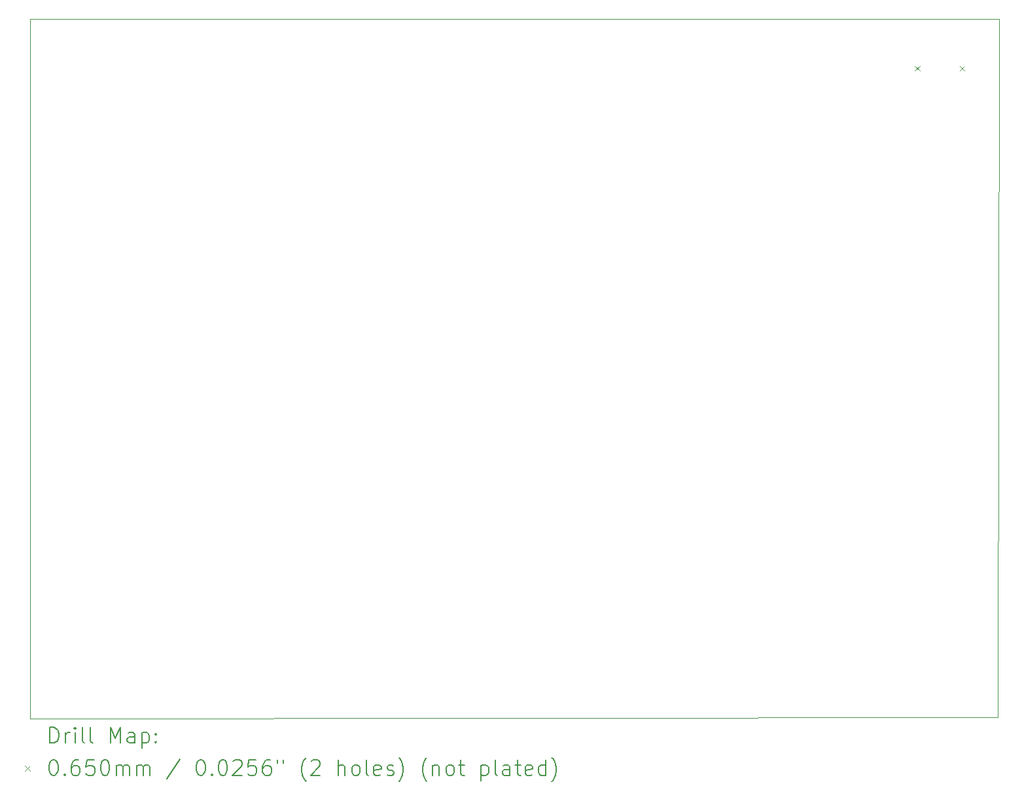
<source format=gbr>
%TF.GenerationSoftware,KiCad,Pcbnew,8.0.4*%
%TF.CreationDate,2024-07-23T15:46:56-07:00*%
%TF.ProjectId,ns32k,6e733332-6b2e-46b6-9963-61645f706362,rev?*%
%TF.SameCoordinates,Original*%
%TF.FileFunction,Drillmap*%
%TF.FilePolarity,Positive*%
%FSLAX45Y45*%
G04 Gerber Fmt 4.5, Leading zero omitted, Abs format (unit mm)*
G04 Created by KiCad (PCBNEW 8.0.4) date 2024-07-23 15:46:56*
%MOMM*%
%LPD*%
G01*
G04 APERTURE LIST*
%ADD10C,0.100000*%
%ADD11C,0.200000*%
G04 APERTURE END LIST*
D10*
X17703800Y-3022600D02*
X17683480Y-12059920D01*
X5166360Y-3022600D02*
X17703800Y-3022600D01*
X5166360Y-12075160D02*
X5166360Y-3022600D01*
X17683480Y-12059920D02*
X5166360Y-12075160D01*
D11*
D10*
X16614660Y-3625300D02*
X16679660Y-3690300D01*
X16679660Y-3625300D02*
X16614660Y-3690300D01*
X17192660Y-3625300D02*
X17257660Y-3690300D01*
X17257660Y-3625300D02*
X17192660Y-3690300D01*
D11*
X5422137Y-12391644D02*
X5422137Y-12191644D01*
X5422137Y-12191644D02*
X5469756Y-12191644D01*
X5469756Y-12191644D02*
X5498327Y-12201168D01*
X5498327Y-12201168D02*
X5517375Y-12220215D01*
X5517375Y-12220215D02*
X5526899Y-12239263D01*
X5526899Y-12239263D02*
X5536423Y-12277358D01*
X5536423Y-12277358D02*
X5536423Y-12305929D01*
X5536423Y-12305929D02*
X5526899Y-12344025D01*
X5526899Y-12344025D02*
X5517375Y-12363072D01*
X5517375Y-12363072D02*
X5498327Y-12382120D01*
X5498327Y-12382120D02*
X5469756Y-12391644D01*
X5469756Y-12391644D02*
X5422137Y-12391644D01*
X5622137Y-12391644D02*
X5622137Y-12258310D01*
X5622137Y-12296406D02*
X5631661Y-12277358D01*
X5631661Y-12277358D02*
X5641184Y-12267834D01*
X5641184Y-12267834D02*
X5660232Y-12258310D01*
X5660232Y-12258310D02*
X5679280Y-12258310D01*
X5745946Y-12391644D02*
X5745946Y-12258310D01*
X5745946Y-12191644D02*
X5736422Y-12201168D01*
X5736422Y-12201168D02*
X5745946Y-12210691D01*
X5745946Y-12210691D02*
X5755470Y-12201168D01*
X5755470Y-12201168D02*
X5745946Y-12191644D01*
X5745946Y-12191644D02*
X5745946Y-12210691D01*
X5869756Y-12391644D02*
X5850708Y-12382120D01*
X5850708Y-12382120D02*
X5841184Y-12363072D01*
X5841184Y-12363072D02*
X5841184Y-12191644D01*
X5974518Y-12391644D02*
X5955470Y-12382120D01*
X5955470Y-12382120D02*
X5945946Y-12363072D01*
X5945946Y-12363072D02*
X5945946Y-12191644D01*
X6203089Y-12391644D02*
X6203089Y-12191644D01*
X6203089Y-12191644D02*
X6269756Y-12334501D01*
X6269756Y-12334501D02*
X6336422Y-12191644D01*
X6336422Y-12191644D02*
X6336422Y-12391644D01*
X6517375Y-12391644D02*
X6517375Y-12286882D01*
X6517375Y-12286882D02*
X6507851Y-12267834D01*
X6507851Y-12267834D02*
X6488803Y-12258310D01*
X6488803Y-12258310D02*
X6450708Y-12258310D01*
X6450708Y-12258310D02*
X6431661Y-12267834D01*
X6517375Y-12382120D02*
X6498327Y-12391644D01*
X6498327Y-12391644D02*
X6450708Y-12391644D01*
X6450708Y-12391644D02*
X6431661Y-12382120D01*
X6431661Y-12382120D02*
X6422137Y-12363072D01*
X6422137Y-12363072D02*
X6422137Y-12344025D01*
X6422137Y-12344025D02*
X6431661Y-12324977D01*
X6431661Y-12324977D02*
X6450708Y-12315453D01*
X6450708Y-12315453D02*
X6498327Y-12315453D01*
X6498327Y-12315453D02*
X6517375Y-12305929D01*
X6612613Y-12258310D02*
X6612613Y-12458310D01*
X6612613Y-12267834D02*
X6631661Y-12258310D01*
X6631661Y-12258310D02*
X6669756Y-12258310D01*
X6669756Y-12258310D02*
X6688803Y-12267834D01*
X6688803Y-12267834D02*
X6698327Y-12277358D01*
X6698327Y-12277358D02*
X6707851Y-12296406D01*
X6707851Y-12296406D02*
X6707851Y-12353548D01*
X6707851Y-12353548D02*
X6698327Y-12372596D01*
X6698327Y-12372596D02*
X6688803Y-12382120D01*
X6688803Y-12382120D02*
X6669756Y-12391644D01*
X6669756Y-12391644D02*
X6631661Y-12391644D01*
X6631661Y-12391644D02*
X6612613Y-12382120D01*
X6793565Y-12372596D02*
X6803089Y-12382120D01*
X6803089Y-12382120D02*
X6793565Y-12391644D01*
X6793565Y-12391644D02*
X6784042Y-12382120D01*
X6784042Y-12382120D02*
X6793565Y-12372596D01*
X6793565Y-12372596D02*
X6793565Y-12391644D01*
X6793565Y-12267834D02*
X6803089Y-12277358D01*
X6803089Y-12277358D02*
X6793565Y-12286882D01*
X6793565Y-12286882D02*
X6784042Y-12277358D01*
X6784042Y-12277358D02*
X6793565Y-12267834D01*
X6793565Y-12267834D02*
X6793565Y-12286882D01*
D10*
X5096360Y-12687660D02*
X5161360Y-12752660D01*
X5161360Y-12687660D02*
X5096360Y-12752660D01*
D11*
X5460232Y-12611644D02*
X5479280Y-12611644D01*
X5479280Y-12611644D02*
X5498327Y-12621168D01*
X5498327Y-12621168D02*
X5507851Y-12630691D01*
X5507851Y-12630691D02*
X5517375Y-12649739D01*
X5517375Y-12649739D02*
X5526899Y-12687834D01*
X5526899Y-12687834D02*
X5526899Y-12735453D01*
X5526899Y-12735453D02*
X5517375Y-12773548D01*
X5517375Y-12773548D02*
X5507851Y-12792596D01*
X5507851Y-12792596D02*
X5498327Y-12802120D01*
X5498327Y-12802120D02*
X5479280Y-12811644D01*
X5479280Y-12811644D02*
X5460232Y-12811644D01*
X5460232Y-12811644D02*
X5441184Y-12802120D01*
X5441184Y-12802120D02*
X5431661Y-12792596D01*
X5431661Y-12792596D02*
X5422137Y-12773548D01*
X5422137Y-12773548D02*
X5412613Y-12735453D01*
X5412613Y-12735453D02*
X5412613Y-12687834D01*
X5412613Y-12687834D02*
X5422137Y-12649739D01*
X5422137Y-12649739D02*
X5431661Y-12630691D01*
X5431661Y-12630691D02*
X5441184Y-12621168D01*
X5441184Y-12621168D02*
X5460232Y-12611644D01*
X5612613Y-12792596D02*
X5622137Y-12802120D01*
X5622137Y-12802120D02*
X5612613Y-12811644D01*
X5612613Y-12811644D02*
X5603089Y-12802120D01*
X5603089Y-12802120D02*
X5612613Y-12792596D01*
X5612613Y-12792596D02*
X5612613Y-12811644D01*
X5793565Y-12611644D02*
X5755470Y-12611644D01*
X5755470Y-12611644D02*
X5736422Y-12621168D01*
X5736422Y-12621168D02*
X5726899Y-12630691D01*
X5726899Y-12630691D02*
X5707851Y-12659263D01*
X5707851Y-12659263D02*
X5698327Y-12697358D01*
X5698327Y-12697358D02*
X5698327Y-12773548D01*
X5698327Y-12773548D02*
X5707851Y-12792596D01*
X5707851Y-12792596D02*
X5717375Y-12802120D01*
X5717375Y-12802120D02*
X5736422Y-12811644D01*
X5736422Y-12811644D02*
X5774518Y-12811644D01*
X5774518Y-12811644D02*
X5793565Y-12802120D01*
X5793565Y-12802120D02*
X5803089Y-12792596D01*
X5803089Y-12792596D02*
X5812613Y-12773548D01*
X5812613Y-12773548D02*
X5812613Y-12725929D01*
X5812613Y-12725929D02*
X5803089Y-12706882D01*
X5803089Y-12706882D02*
X5793565Y-12697358D01*
X5793565Y-12697358D02*
X5774518Y-12687834D01*
X5774518Y-12687834D02*
X5736422Y-12687834D01*
X5736422Y-12687834D02*
X5717375Y-12697358D01*
X5717375Y-12697358D02*
X5707851Y-12706882D01*
X5707851Y-12706882D02*
X5698327Y-12725929D01*
X5993565Y-12611644D02*
X5898327Y-12611644D01*
X5898327Y-12611644D02*
X5888803Y-12706882D01*
X5888803Y-12706882D02*
X5898327Y-12697358D01*
X5898327Y-12697358D02*
X5917375Y-12687834D01*
X5917375Y-12687834D02*
X5964994Y-12687834D01*
X5964994Y-12687834D02*
X5984042Y-12697358D01*
X5984042Y-12697358D02*
X5993565Y-12706882D01*
X5993565Y-12706882D02*
X6003089Y-12725929D01*
X6003089Y-12725929D02*
X6003089Y-12773548D01*
X6003089Y-12773548D02*
X5993565Y-12792596D01*
X5993565Y-12792596D02*
X5984042Y-12802120D01*
X5984042Y-12802120D02*
X5964994Y-12811644D01*
X5964994Y-12811644D02*
X5917375Y-12811644D01*
X5917375Y-12811644D02*
X5898327Y-12802120D01*
X5898327Y-12802120D02*
X5888803Y-12792596D01*
X6126899Y-12611644D02*
X6145946Y-12611644D01*
X6145946Y-12611644D02*
X6164994Y-12621168D01*
X6164994Y-12621168D02*
X6174518Y-12630691D01*
X6174518Y-12630691D02*
X6184042Y-12649739D01*
X6184042Y-12649739D02*
X6193565Y-12687834D01*
X6193565Y-12687834D02*
X6193565Y-12735453D01*
X6193565Y-12735453D02*
X6184042Y-12773548D01*
X6184042Y-12773548D02*
X6174518Y-12792596D01*
X6174518Y-12792596D02*
X6164994Y-12802120D01*
X6164994Y-12802120D02*
X6145946Y-12811644D01*
X6145946Y-12811644D02*
X6126899Y-12811644D01*
X6126899Y-12811644D02*
X6107851Y-12802120D01*
X6107851Y-12802120D02*
X6098327Y-12792596D01*
X6098327Y-12792596D02*
X6088803Y-12773548D01*
X6088803Y-12773548D02*
X6079280Y-12735453D01*
X6079280Y-12735453D02*
X6079280Y-12687834D01*
X6079280Y-12687834D02*
X6088803Y-12649739D01*
X6088803Y-12649739D02*
X6098327Y-12630691D01*
X6098327Y-12630691D02*
X6107851Y-12621168D01*
X6107851Y-12621168D02*
X6126899Y-12611644D01*
X6279280Y-12811644D02*
X6279280Y-12678310D01*
X6279280Y-12697358D02*
X6288803Y-12687834D01*
X6288803Y-12687834D02*
X6307851Y-12678310D01*
X6307851Y-12678310D02*
X6336423Y-12678310D01*
X6336423Y-12678310D02*
X6355470Y-12687834D01*
X6355470Y-12687834D02*
X6364994Y-12706882D01*
X6364994Y-12706882D02*
X6364994Y-12811644D01*
X6364994Y-12706882D02*
X6374518Y-12687834D01*
X6374518Y-12687834D02*
X6393565Y-12678310D01*
X6393565Y-12678310D02*
X6422137Y-12678310D01*
X6422137Y-12678310D02*
X6441184Y-12687834D01*
X6441184Y-12687834D02*
X6450708Y-12706882D01*
X6450708Y-12706882D02*
X6450708Y-12811644D01*
X6545946Y-12811644D02*
X6545946Y-12678310D01*
X6545946Y-12697358D02*
X6555470Y-12687834D01*
X6555470Y-12687834D02*
X6574518Y-12678310D01*
X6574518Y-12678310D02*
X6603089Y-12678310D01*
X6603089Y-12678310D02*
X6622137Y-12687834D01*
X6622137Y-12687834D02*
X6631661Y-12706882D01*
X6631661Y-12706882D02*
X6631661Y-12811644D01*
X6631661Y-12706882D02*
X6641184Y-12687834D01*
X6641184Y-12687834D02*
X6660232Y-12678310D01*
X6660232Y-12678310D02*
X6688803Y-12678310D01*
X6688803Y-12678310D02*
X6707851Y-12687834D01*
X6707851Y-12687834D02*
X6717375Y-12706882D01*
X6717375Y-12706882D02*
X6717375Y-12811644D01*
X7107851Y-12602120D02*
X6936423Y-12859263D01*
X7364994Y-12611644D02*
X7384042Y-12611644D01*
X7384042Y-12611644D02*
X7403089Y-12621168D01*
X7403089Y-12621168D02*
X7412613Y-12630691D01*
X7412613Y-12630691D02*
X7422137Y-12649739D01*
X7422137Y-12649739D02*
X7431661Y-12687834D01*
X7431661Y-12687834D02*
X7431661Y-12735453D01*
X7431661Y-12735453D02*
X7422137Y-12773548D01*
X7422137Y-12773548D02*
X7412613Y-12792596D01*
X7412613Y-12792596D02*
X7403089Y-12802120D01*
X7403089Y-12802120D02*
X7384042Y-12811644D01*
X7384042Y-12811644D02*
X7364994Y-12811644D01*
X7364994Y-12811644D02*
X7345946Y-12802120D01*
X7345946Y-12802120D02*
X7336423Y-12792596D01*
X7336423Y-12792596D02*
X7326899Y-12773548D01*
X7326899Y-12773548D02*
X7317375Y-12735453D01*
X7317375Y-12735453D02*
X7317375Y-12687834D01*
X7317375Y-12687834D02*
X7326899Y-12649739D01*
X7326899Y-12649739D02*
X7336423Y-12630691D01*
X7336423Y-12630691D02*
X7345946Y-12621168D01*
X7345946Y-12621168D02*
X7364994Y-12611644D01*
X7517375Y-12792596D02*
X7526899Y-12802120D01*
X7526899Y-12802120D02*
X7517375Y-12811644D01*
X7517375Y-12811644D02*
X7507851Y-12802120D01*
X7507851Y-12802120D02*
X7517375Y-12792596D01*
X7517375Y-12792596D02*
X7517375Y-12811644D01*
X7650708Y-12611644D02*
X7669756Y-12611644D01*
X7669756Y-12611644D02*
X7688804Y-12621168D01*
X7688804Y-12621168D02*
X7698327Y-12630691D01*
X7698327Y-12630691D02*
X7707851Y-12649739D01*
X7707851Y-12649739D02*
X7717375Y-12687834D01*
X7717375Y-12687834D02*
X7717375Y-12735453D01*
X7717375Y-12735453D02*
X7707851Y-12773548D01*
X7707851Y-12773548D02*
X7698327Y-12792596D01*
X7698327Y-12792596D02*
X7688804Y-12802120D01*
X7688804Y-12802120D02*
X7669756Y-12811644D01*
X7669756Y-12811644D02*
X7650708Y-12811644D01*
X7650708Y-12811644D02*
X7631661Y-12802120D01*
X7631661Y-12802120D02*
X7622137Y-12792596D01*
X7622137Y-12792596D02*
X7612613Y-12773548D01*
X7612613Y-12773548D02*
X7603089Y-12735453D01*
X7603089Y-12735453D02*
X7603089Y-12687834D01*
X7603089Y-12687834D02*
X7612613Y-12649739D01*
X7612613Y-12649739D02*
X7622137Y-12630691D01*
X7622137Y-12630691D02*
X7631661Y-12621168D01*
X7631661Y-12621168D02*
X7650708Y-12611644D01*
X7793566Y-12630691D02*
X7803089Y-12621168D01*
X7803089Y-12621168D02*
X7822137Y-12611644D01*
X7822137Y-12611644D02*
X7869756Y-12611644D01*
X7869756Y-12611644D02*
X7888804Y-12621168D01*
X7888804Y-12621168D02*
X7898327Y-12630691D01*
X7898327Y-12630691D02*
X7907851Y-12649739D01*
X7907851Y-12649739D02*
X7907851Y-12668787D01*
X7907851Y-12668787D02*
X7898327Y-12697358D01*
X7898327Y-12697358D02*
X7784042Y-12811644D01*
X7784042Y-12811644D02*
X7907851Y-12811644D01*
X8088804Y-12611644D02*
X7993566Y-12611644D01*
X7993566Y-12611644D02*
X7984042Y-12706882D01*
X7984042Y-12706882D02*
X7993566Y-12697358D01*
X7993566Y-12697358D02*
X8012613Y-12687834D01*
X8012613Y-12687834D02*
X8060232Y-12687834D01*
X8060232Y-12687834D02*
X8079280Y-12697358D01*
X8079280Y-12697358D02*
X8088804Y-12706882D01*
X8088804Y-12706882D02*
X8098327Y-12725929D01*
X8098327Y-12725929D02*
X8098327Y-12773548D01*
X8098327Y-12773548D02*
X8088804Y-12792596D01*
X8088804Y-12792596D02*
X8079280Y-12802120D01*
X8079280Y-12802120D02*
X8060232Y-12811644D01*
X8060232Y-12811644D02*
X8012613Y-12811644D01*
X8012613Y-12811644D02*
X7993566Y-12802120D01*
X7993566Y-12802120D02*
X7984042Y-12792596D01*
X8269756Y-12611644D02*
X8231661Y-12611644D01*
X8231661Y-12611644D02*
X8212613Y-12621168D01*
X8212613Y-12621168D02*
X8203089Y-12630691D01*
X8203089Y-12630691D02*
X8184042Y-12659263D01*
X8184042Y-12659263D02*
X8174518Y-12697358D01*
X8174518Y-12697358D02*
X8174518Y-12773548D01*
X8174518Y-12773548D02*
X8184042Y-12792596D01*
X8184042Y-12792596D02*
X8193566Y-12802120D01*
X8193566Y-12802120D02*
X8212613Y-12811644D01*
X8212613Y-12811644D02*
X8250708Y-12811644D01*
X8250708Y-12811644D02*
X8269756Y-12802120D01*
X8269756Y-12802120D02*
X8279280Y-12792596D01*
X8279280Y-12792596D02*
X8288804Y-12773548D01*
X8288804Y-12773548D02*
X8288804Y-12725929D01*
X8288804Y-12725929D02*
X8279280Y-12706882D01*
X8279280Y-12706882D02*
X8269756Y-12697358D01*
X8269756Y-12697358D02*
X8250708Y-12687834D01*
X8250708Y-12687834D02*
X8212613Y-12687834D01*
X8212613Y-12687834D02*
X8193566Y-12697358D01*
X8193566Y-12697358D02*
X8184042Y-12706882D01*
X8184042Y-12706882D02*
X8174518Y-12725929D01*
X8364994Y-12611644D02*
X8364994Y-12649739D01*
X8441185Y-12611644D02*
X8441185Y-12649739D01*
X8736423Y-12887834D02*
X8726899Y-12878310D01*
X8726899Y-12878310D02*
X8707851Y-12849739D01*
X8707851Y-12849739D02*
X8698328Y-12830691D01*
X8698328Y-12830691D02*
X8688804Y-12802120D01*
X8688804Y-12802120D02*
X8679280Y-12754501D01*
X8679280Y-12754501D02*
X8679280Y-12716406D01*
X8679280Y-12716406D02*
X8688804Y-12668787D01*
X8688804Y-12668787D02*
X8698328Y-12640215D01*
X8698328Y-12640215D02*
X8707851Y-12621168D01*
X8707851Y-12621168D02*
X8726899Y-12592596D01*
X8726899Y-12592596D02*
X8736423Y-12583072D01*
X8803090Y-12630691D02*
X8812613Y-12621168D01*
X8812613Y-12621168D02*
X8831661Y-12611644D01*
X8831661Y-12611644D02*
X8879280Y-12611644D01*
X8879280Y-12611644D02*
X8898328Y-12621168D01*
X8898328Y-12621168D02*
X8907851Y-12630691D01*
X8907851Y-12630691D02*
X8917375Y-12649739D01*
X8917375Y-12649739D02*
X8917375Y-12668787D01*
X8917375Y-12668787D02*
X8907851Y-12697358D01*
X8907851Y-12697358D02*
X8793566Y-12811644D01*
X8793566Y-12811644D02*
X8917375Y-12811644D01*
X9155471Y-12811644D02*
X9155471Y-12611644D01*
X9241185Y-12811644D02*
X9241185Y-12706882D01*
X9241185Y-12706882D02*
X9231661Y-12687834D01*
X9231661Y-12687834D02*
X9212613Y-12678310D01*
X9212613Y-12678310D02*
X9184042Y-12678310D01*
X9184042Y-12678310D02*
X9164994Y-12687834D01*
X9164994Y-12687834D02*
X9155471Y-12697358D01*
X9364994Y-12811644D02*
X9345947Y-12802120D01*
X9345947Y-12802120D02*
X9336423Y-12792596D01*
X9336423Y-12792596D02*
X9326899Y-12773548D01*
X9326899Y-12773548D02*
X9326899Y-12716406D01*
X9326899Y-12716406D02*
X9336423Y-12697358D01*
X9336423Y-12697358D02*
X9345947Y-12687834D01*
X9345947Y-12687834D02*
X9364994Y-12678310D01*
X9364994Y-12678310D02*
X9393566Y-12678310D01*
X9393566Y-12678310D02*
X9412613Y-12687834D01*
X9412613Y-12687834D02*
X9422137Y-12697358D01*
X9422137Y-12697358D02*
X9431661Y-12716406D01*
X9431661Y-12716406D02*
X9431661Y-12773548D01*
X9431661Y-12773548D02*
X9422137Y-12792596D01*
X9422137Y-12792596D02*
X9412613Y-12802120D01*
X9412613Y-12802120D02*
X9393566Y-12811644D01*
X9393566Y-12811644D02*
X9364994Y-12811644D01*
X9545947Y-12811644D02*
X9526899Y-12802120D01*
X9526899Y-12802120D02*
X9517375Y-12783072D01*
X9517375Y-12783072D02*
X9517375Y-12611644D01*
X9698328Y-12802120D02*
X9679280Y-12811644D01*
X9679280Y-12811644D02*
X9641185Y-12811644D01*
X9641185Y-12811644D02*
X9622137Y-12802120D01*
X9622137Y-12802120D02*
X9612613Y-12783072D01*
X9612613Y-12783072D02*
X9612613Y-12706882D01*
X9612613Y-12706882D02*
X9622137Y-12687834D01*
X9622137Y-12687834D02*
X9641185Y-12678310D01*
X9641185Y-12678310D02*
X9679280Y-12678310D01*
X9679280Y-12678310D02*
X9698328Y-12687834D01*
X9698328Y-12687834D02*
X9707852Y-12706882D01*
X9707852Y-12706882D02*
X9707852Y-12725929D01*
X9707852Y-12725929D02*
X9612613Y-12744977D01*
X9784042Y-12802120D02*
X9803090Y-12811644D01*
X9803090Y-12811644D02*
X9841185Y-12811644D01*
X9841185Y-12811644D02*
X9860233Y-12802120D01*
X9860233Y-12802120D02*
X9869756Y-12783072D01*
X9869756Y-12783072D02*
X9869756Y-12773548D01*
X9869756Y-12773548D02*
X9860233Y-12754501D01*
X9860233Y-12754501D02*
X9841185Y-12744977D01*
X9841185Y-12744977D02*
X9812613Y-12744977D01*
X9812613Y-12744977D02*
X9793566Y-12735453D01*
X9793566Y-12735453D02*
X9784042Y-12716406D01*
X9784042Y-12716406D02*
X9784042Y-12706882D01*
X9784042Y-12706882D02*
X9793566Y-12687834D01*
X9793566Y-12687834D02*
X9812613Y-12678310D01*
X9812613Y-12678310D02*
X9841185Y-12678310D01*
X9841185Y-12678310D02*
X9860233Y-12687834D01*
X9936423Y-12887834D02*
X9945947Y-12878310D01*
X9945947Y-12878310D02*
X9964994Y-12849739D01*
X9964994Y-12849739D02*
X9974518Y-12830691D01*
X9974518Y-12830691D02*
X9984042Y-12802120D01*
X9984042Y-12802120D02*
X9993566Y-12754501D01*
X9993566Y-12754501D02*
X9993566Y-12716406D01*
X9993566Y-12716406D02*
X9984042Y-12668787D01*
X9984042Y-12668787D02*
X9974518Y-12640215D01*
X9974518Y-12640215D02*
X9964994Y-12621168D01*
X9964994Y-12621168D02*
X9945947Y-12592596D01*
X9945947Y-12592596D02*
X9936423Y-12583072D01*
X10298328Y-12887834D02*
X10288804Y-12878310D01*
X10288804Y-12878310D02*
X10269756Y-12849739D01*
X10269756Y-12849739D02*
X10260233Y-12830691D01*
X10260233Y-12830691D02*
X10250709Y-12802120D01*
X10250709Y-12802120D02*
X10241185Y-12754501D01*
X10241185Y-12754501D02*
X10241185Y-12716406D01*
X10241185Y-12716406D02*
X10250709Y-12668787D01*
X10250709Y-12668787D02*
X10260233Y-12640215D01*
X10260233Y-12640215D02*
X10269756Y-12621168D01*
X10269756Y-12621168D02*
X10288804Y-12592596D01*
X10288804Y-12592596D02*
X10298328Y-12583072D01*
X10374518Y-12678310D02*
X10374518Y-12811644D01*
X10374518Y-12697358D02*
X10384042Y-12687834D01*
X10384042Y-12687834D02*
X10403090Y-12678310D01*
X10403090Y-12678310D02*
X10431661Y-12678310D01*
X10431661Y-12678310D02*
X10450709Y-12687834D01*
X10450709Y-12687834D02*
X10460233Y-12706882D01*
X10460233Y-12706882D02*
X10460233Y-12811644D01*
X10584042Y-12811644D02*
X10564994Y-12802120D01*
X10564994Y-12802120D02*
X10555471Y-12792596D01*
X10555471Y-12792596D02*
X10545947Y-12773548D01*
X10545947Y-12773548D02*
X10545947Y-12716406D01*
X10545947Y-12716406D02*
X10555471Y-12697358D01*
X10555471Y-12697358D02*
X10564994Y-12687834D01*
X10564994Y-12687834D02*
X10584042Y-12678310D01*
X10584042Y-12678310D02*
X10612614Y-12678310D01*
X10612614Y-12678310D02*
X10631661Y-12687834D01*
X10631661Y-12687834D02*
X10641185Y-12697358D01*
X10641185Y-12697358D02*
X10650709Y-12716406D01*
X10650709Y-12716406D02*
X10650709Y-12773548D01*
X10650709Y-12773548D02*
X10641185Y-12792596D01*
X10641185Y-12792596D02*
X10631661Y-12802120D01*
X10631661Y-12802120D02*
X10612614Y-12811644D01*
X10612614Y-12811644D02*
X10584042Y-12811644D01*
X10707852Y-12678310D02*
X10784042Y-12678310D01*
X10736423Y-12611644D02*
X10736423Y-12783072D01*
X10736423Y-12783072D02*
X10745947Y-12802120D01*
X10745947Y-12802120D02*
X10764994Y-12811644D01*
X10764994Y-12811644D02*
X10784042Y-12811644D01*
X11003090Y-12678310D02*
X11003090Y-12878310D01*
X11003090Y-12687834D02*
X11022137Y-12678310D01*
X11022137Y-12678310D02*
X11060233Y-12678310D01*
X11060233Y-12678310D02*
X11079280Y-12687834D01*
X11079280Y-12687834D02*
X11088804Y-12697358D01*
X11088804Y-12697358D02*
X11098328Y-12716406D01*
X11098328Y-12716406D02*
X11098328Y-12773548D01*
X11098328Y-12773548D02*
X11088804Y-12792596D01*
X11088804Y-12792596D02*
X11079280Y-12802120D01*
X11079280Y-12802120D02*
X11060233Y-12811644D01*
X11060233Y-12811644D02*
X11022137Y-12811644D01*
X11022137Y-12811644D02*
X11003090Y-12802120D01*
X11212613Y-12811644D02*
X11193566Y-12802120D01*
X11193566Y-12802120D02*
X11184042Y-12783072D01*
X11184042Y-12783072D02*
X11184042Y-12611644D01*
X11374518Y-12811644D02*
X11374518Y-12706882D01*
X11374518Y-12706882D02*
X11364994Y-12687834D01*
X11364994Y-12687834D02*
X11345947Y-12678310D01*
X11345947Y-12678310D02*
X11307852Y-12678310D01*
X11307852Y-12678310D02*
X11288804Y-12687834D01*
X11374518Y-12802120D02*
X11355471Y-12811644D01*
X11355471Y-12811644D02*
X11307852Y-12811644D01*
X11307852Y-12811644D02*
X11288804Y-12802120D01*
X11288804Y-12802120D02*
X11279280Y-12783072D01*
X11279280Y-12783072D02*
X11279280Y-12764025D01*
X11279280Y-12764025D02*
X11288804Y-12744977D01*
X11288804Y-12744977D02*
X11307852Y-12735453D01*
X11307852Y-12735453D02*
X11355471Y-12735453D01*
X11355471Y-12735453D02*
X11374518Y-12725929D01*
X11441185Y-12678310D02*
X11517375Y-12678310D01*
X11469756Y-12611644D02*
X11469756Y-12783072D01*
X11469756Y-12783072D02*
X11479280Y-12802120D01*
X11479280Y-12802120D02*
X11498328Y-12811644D01*
X11498328Y-12811644D02*
X11517375Y-12811644D01*
X11660233Y-12802120D02*
X11641185Y-12811644D01*
X11641185Y-12811644D02*
X11603090Y-12811644D01*
X11603090Y-12811644D02*
X11584042Y-12802120D01*
X11584042Y-12802120D02*
X11574518Y-12783072D01*
X11574518Y-12783072D02*
X11574518Y-12706882D01*
X11574518Y-12706882D02*
X11584042Y-12687834D01*
X11584042Y-12687834D02*
X11603090Y-12678310D01*
X11603090Y-12678310D02*
X11641185Y-12678310D01*
X11641185Y-12678310D02*
X11660233Y-12687834D01*
X11660233Y-12687834D02*
X11669756Y-12706882D01*
X11669756Y-12706882D02*
X11669756Y-12725929D01*
X11669756Y-12725929D02*
X11574518Y-12744977D01*
X11841185Y-12811644D02*
X11841185Y-12611644D01*
X11841185Y-12802120D02*
X11822137Y-12811644D01*
X11822137Y-12811644D02*
X11784042Y-12811644D01*
X11784042Y-12811644D02*
X11764994Y-12802120D01*
X11764994Y-12802120D02*
X11755471Y-12792596D01*
X11755471Y-12792596D02*
X11745947Y-12773548D01*
X11745947Y-12773548D02*
X11745947Y-12716406D01*
X11745947Y-12716406D02*
X11755471Y-12697358D01*
X11755471Y-12697358D02*
X11764994Y-12687834D01*
X11764994Y-12687834D02*
X11784042Y-12678310D01*
X11784042Y-12678310D02*
X11822137Y-12678310D01*
X11822137Y-12678310D02*
X11841185Y-12687834D01*
X11917375Y-12887834D02*
X11926899Y-12878310D01*
X11926899Y-12878310D02*
X11945947Y-12849739D01*
X11945947Y-12849739D02*
X11955471Y-12830691D01*
X11955471Y-12830691D02*
X11964994Y-12802120D01*
X11964994Y-12802120D02*
X11974518Y-12754501D01*
X11974518Y-12754501D02*
X11974518Y-12716406D01*
X11974518Y-12716406D02*
X11964994Y-12668787D01*
X11964994Y-12668787D02*
X11955471Y-12640215D01*
X11955471Y-12640215D02*
X11945947Y-12621168D01*
X11945947Y-12621168D02*
X11926899Y-12592596D01*
X11926899Y-12592596D02*
X11917375Y-12583072D01*
M02*

</source>
